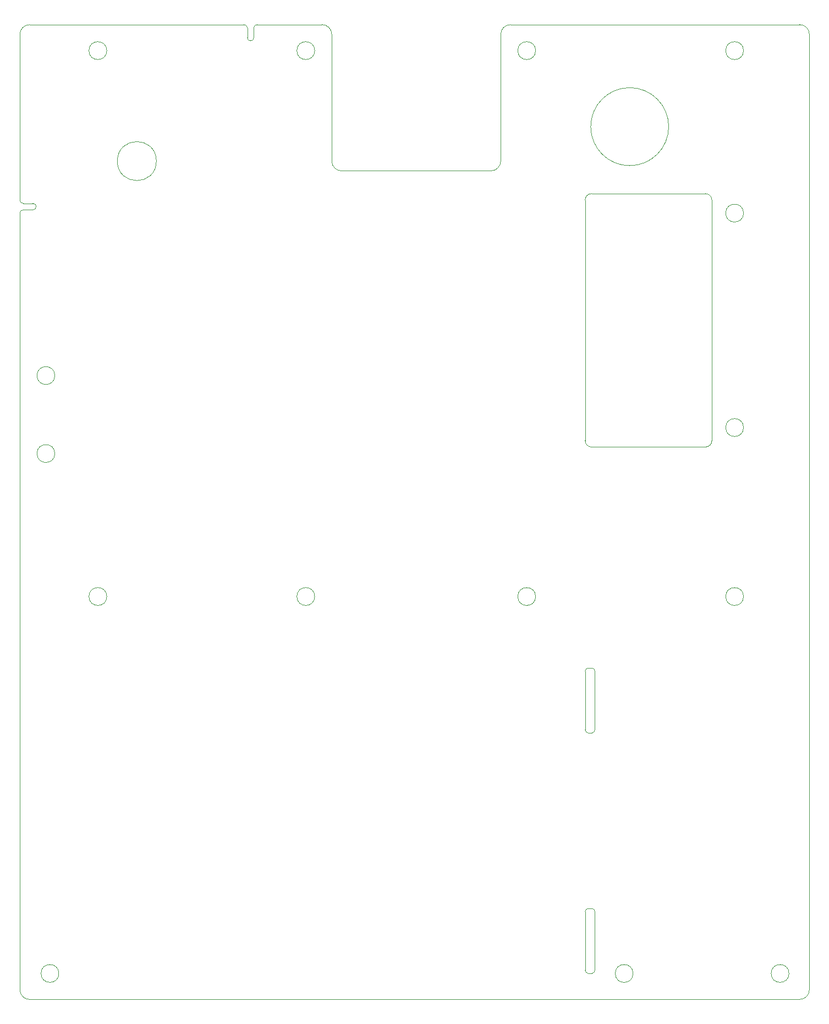
<source format=gbr>
%TF.GenerationSoftware,KiCad,Pcbnew,8.0.7-8.0.7-0~ubuntu22.04.1*%
%TF.CreationDate,2026-01-24T15:26:46-05:00*%
%TF.ProjectId,whackberry_mobo,77686163-6b62-4657-9272-795f6d6f626f,rev?*%
%TF.SameCoordinates,Original*%
%TF.FileFunction,Profile,NP*%
%FSLAX46Y46*%
G04 Gerber Fmt 4.6, Leading zero omitted, Abs format (unit mm)*
G04 Created by KiCad (PCBNEW 8.0.7-8.0.7-0~ubuntu22.04.1) date 2026-01-24 15:26:46*
%MOMM*%
%LPD*%
G01*
G04 APERTURE LIST*
%TA.AperFunction,Profile*%
%ADD10C,0.050000*%
%TD*%
G04 APERTURE END LIST*
D10*
X144500000Y-46000000D02*
X144500000Y-83000000D01*
X125500000Y-155000000D02*
X126000000Y-155000000D01*
X87500000Y-41500000D02*
G75*
G02*
X86000000Y-40000000I0J1500000D01*
G01*
X132375000Y-165000000D02*
G75*
G02*
X129625000Y-165000000I-1375000J0D01*
G01*
X129625000Y-165000000D02*
G75*
G02*
X132375000Y-165000000I1375000J0D01*
G01*
X159500000Y-20500000D02*
X159500000Y-167500000D01*
X149375000Y-23000000D02*
G75*
G02*
X146625000Y-23000000I-1375000J0D01*
G01*
X146625000Y-23000000D02*
G75*
G02*
X149375000Y-23000000I1375000J0D01*
G01*
X39500000Y-169000000D02*
G75*
G02*
X38000000Y-167500000I0J1500000D01*
G01*
X117375000Y-23000000D02*
G75*
G02*
X114625000Y-23000000I-1375000J0D01*
G01*
X114625000Y-23000000D02*
G75*
G02*
X117375000Y-23000000I1375000J0D01*
G01*
X43375000Y-73000000D02*
G75*
G02*
X40625000Y-73000000I-1375000J0D01*
G01*
X40625000Y-73000000D02*
G75*
G02*
X43375000Y-73000000I1375000J0D01*
G01*
X126500000Y-164500000D02*
G75*
G02*
X126000000Y-165000000I-500000J0D01*
G01*
X125000000Y-83000000D02*
X125000000Y-46000000D01*
X117375000Y-107000000D02*
G75*
G02*
X114625000Y-107000000I-1375000J0D01*
G01*
X114625000Y-107000000D02*
G75*
G02*
X117375000Y-107000000I1375000J0D01*
G01*
X143500000Y-84000000D02*
X126000000Y-84000000D01*
X125000000Y-46000000D02*
G75*
G02*
X126000000Y-45000000I1000000J0D01*
G01*
X126000000Y-45000000D02*
X143500000Y-45000000D01*
X40000000Y-46500000D02*
G75*
G02*
X40000000Y-47500000I0J-500000D01*
G01*
X112000000Y-20500000D02*
G75*
G02*
X113500000Y-19000000I1500000J0D01*
G01*
X149375000Y-107000000D02*
G75*
G02*
X146625000Y-107000000I-1375000J0D01*
G01*
X146625000Y-107000000D02*
G75*
G02*
X149375000Y-107000000I1375000J0D01*
G01*
X51375000Y-23000000D02*
G75*
G02*
X48625000Y-23000000I-1375000J0D01*
G01*
X48625000Y-23000000D02*
G75*
G02*
X51375000Y-23000000I1375000J0D01*
G01*
X38000000Y-20500000D02*
G75*
G02*
X39500000Y-19000000I1500000J0D01*
G01*
X74000000Y-21000000D02*
G75*
G02*
X73000000Y-21000000I-500000J0D01*
G01*
X38500000Y-46500000D02*
X40000000Y-46500000D01*
X40000000Y-47500000D02*
X38500000Y-47500000D01*
X126000000Y-84000000D02*
G75*
G02*
X125000000Y-83000000I0J1000000D01*
G01*
X126000000Y-118000000D02*
G75*
G02*
X126500000Y-118500000I0J-500000D01*
G01*
X43375000Y-85000000D02*
G75*
G02*
X40625000Y-85000000I-1375000J0D01*
G01*
X40625000Y-85000000D02*
G75*
G02*
X43375000Y-85000000I1375000J0D01*
G01*
X126500000Y-155500000D02*
X126500000Y-164500000D01*
X112000000Y-40000000D02*
G75*
G02*
X110500000Y-41500000I-1500000J0D01*
G01*
X44000000Y-165000000D02*
G75*
G02*
X41250000Y-165000000I-1375000J0D01*
G01*
X41250000Y-165000000D02*
G75*
G02*
X44000000Y-165000000I1375000J0D01*
G01*
X74000000Y-21000000D02*
X74000000Y-19500000D01*
X51375000Y-107000000D02*
G75*
G02*
X48625000Y-107000000I-1375000J0D01*
G01*
X48625000Y-107000000D02*
G75*
G02*
X51375000Y-107000000I1375000J0D01*
G01*
X83375000Y-23000000D02*
G75*
G02*
X80625000Y-23000000I-1375000J0D01*
G01*
X80625000Y-23000000D02*
G75*
G02*
X83375000Y-23000000I1375000J0D01*
G01*
X126000000Y-155000000D02*
G75*
G02*
X126500000Y-155500000I0J-500000D01*
G01*
X149375000Y-48000000D02*
G75*
G02*
X146625000Y-48000000I-1375000J0D01*
G01*
X146625000Y-48000000D02*
G75*
G02*
X149375000Y-48000000I1375000J0D01*
G01*
X113500000Y-19000000D02*
X158000000Y-19000000D01*
X73000000Y-19500000D02*
X73000000Y-21000000D01*
X126000000Y-165000000D02*
X125500000Y-165000000D01*
X125000000Y-118500000D02*
G75*
G02*
X125500000Y-118000000I500000J0D01*
G01*
X137855000Y-34700000D02*
G75*
G02*
X125855000Y-34700000I-6000000J0D01*
G01*
X125855000Y-34700000D02*
G75*
G02*
X137855000Y-34700000I6000000J0D01*
G01*
X86000000Y-40000000D02*
X86000000Y-20500000D01*
X144500000Y-83000000D02*
G75*
G02*
X143500000Y-84000000I-1000000J0D01*
G01*
X158000000Y-169000000D02*
X39500000Y-169000000D01*
X126500000Y-127500000D02*
X126500000Y-118500000D01*
X156375000Y-165000000D02*
G75*
G02*
X153625000Y-165000000I-1375000J0D01*
G01*
X153625000Y-165000000D02*
G75*
G02*
X156375000Y-165000000I1375000J0D01*
G01*
X72500000Y-19000000D02*
G75*
G02*
X73000000Y-19500000I0J-500000D01*
G01*
X38500000Y-46500000D02*
G75*
G02*
X38000000Y-46000000I0J500000D01*
G01*
X126500000Y-127500000D02*
G75*
G02*
X126000000Y-128000000I-500000J0D01*
G01*
X39500000Y-19000000D02*
X72500000Y-19000000D01*
X125500000Y-128000000D02*
G75*
G02*
X125000000Y-127500000I0J500000D01*
G01*
X126000000Y-118000000D02*
X125500000Y-118000000D01*
X159500000Y-167500000D02*
G75*
G02*
X158000000Y-169000000I-1500000J0D01*
G01*
X149375000Y-81000000D02*
G75*
G02*
X146625000Y-81000000I-1375000J0D01*
G01*
X146625000Y-81000000D02*
G75*
G02*
X149375000Y-81000000I1375000J0D01*
G01*
X87500000Y-41500000D02*
X110500000Y-41500000D01*
X74000000Y-19500000D02*
G75*
G02*
X74500000Y-19000000I500000J0D01*
G01*
X84500000Y-19000000D02*
G75*
G02*
X86000000Y-20500000I0J-1500000D01*
G01*
X112000000Y-40000000D02*
X112000000Y-20500000D01*
X125500000Y-128000000D02*
X126000000Y-128000000D01*
X125000000Y-155500000D02*
G75*
G02*
X125500000Y-155000000I500000J0D01*
G01*
X83375000Y-107000000D02*
G75*
G02*
X80625000Y-107000000I-1375000J0D01*
G01*
X80625000Y-107000000D02*
G75*
G02*
X83375000Y-107000000I1375000J0D01*
G01*
X38000000Y-48000000D02*
G75*
G02*
X38500000Y-47500000I500000J0D01*
G01*
X84500000Y-19000000D02*
X74500000Y-19000000D01*
X59000000Y-40000000D02*
G75*
G02*
X53000000Y-40000000I-3000000J0D01*
G01*
X53000000Y-40000000D02*
G75*
G02*
X59000000Y-40000000I3000000J0D01*
G01*
X38000000Y-46000000D02*
X38000000Y-20500000D01*
X125000000Y-164500000D02*
X125000000Y-155500000D01*
X38000000Y-167500000D02*
X38000000Y-48000000D01*
X158000000Y-19000000D02*
G75*
G02*
X159500000Y-20500000I0J-1500000D01*
G01*
X143500000Y-45000000D02*
G75*
G02*
X144500000Y-46000000I0J-1000000D01*
G01*
X125000000Y-118500000D02*
X125000000Y-127500000D01*
X125500000Y-165000000D02*
G75*
G02*
X125000000Y-164500000I0J500000D01*
G01*
M02*

</source>
